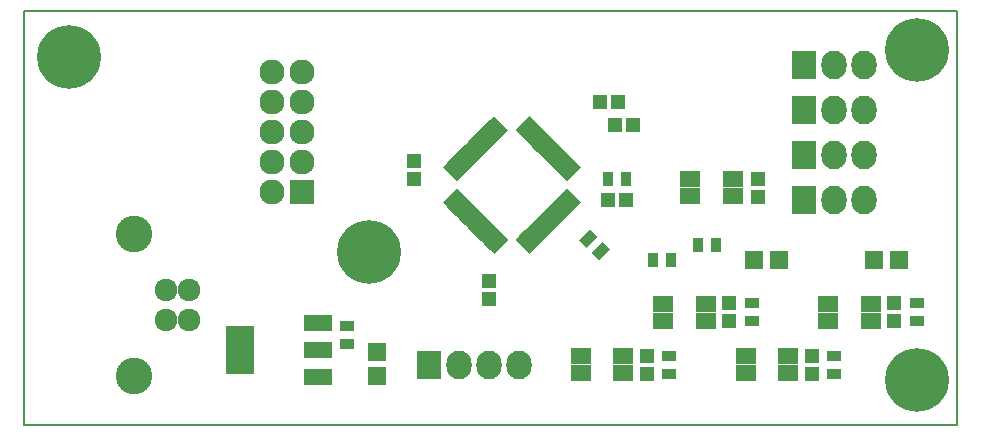
<source format=gbr>
G04 #@! TF.FileFunction,Soldermask,Top*
%FSLAX46Y46*%
G04 Gerber Fmt 4.6, Leading zero omitted, Abs format (unit mm)*
G04 Created by KiCad (PCBNEW 4.0.0-rc1-stable) date 01.11.2015 14:42:16*
%MOMM*%
G01*
G04 APERTURE LIST*
%ADD10C,0.100000*%
%ADD11C,0.150000*%
%ADD12R,1.598880X1.598880*%
%ADD13R,2.127200X2.432000*%
%ADD14O,2.127200X2.432000*%
%ADD15R,2.127200X2.127200*%
%ADD16O,2.127200X2.127200*%
%ADD17C,1.924000*%
%ADD18C,3.100020*%
%ADD19R,1.800000X1.450000*%
%ADD20R,2.432000X4.057600*%
%ADD21R,2.432000X1.416000*%
%ADD22R,1.150000X1.200000*%
%ADD23R,1.200000X1.150000*%
%ADD24R,0.900000X1.300000*%
%ADD25R,1.300000X0.900000*%
%ADD26C,5.400000*%
G04 APERTURE END LIST*
D10*
D11*
X137420000Y-107950000D02*
X58420000Y-107950000D01*
X137420000Y-72950000D02*
X137420000Y-107950000D01*
X58420000Y-72950000D02*
X137420000Y-72950000D01*
X58420000Y-107950000D02*
X58420000Y-72950000D01*
D10*
G36*
X105086689Y-85667779D02*
X105546308Y-86127398D01*
X104344227Y-87329479D01*
X103884608Y-86869860D01*
X105086689Y-85667779D01*
X105086689Y-85667779D01*
G37*
G36*
X104733136Y-85314226D02*
X105192755Y-85773845D01*
X103990674Y-86975926D01*
X103531055Y-86516307D01*
X104733136Y-85314226D01*
X104733136Y-85314226D01*
G37*
G36*
X104379582Y-84960672D02*
X104839201Y-85420291D01*
X103637120Y-86622372D01*
X103177501Y-86162753D01*
X104379582Y-84960672D01*
X104379582Y-84960672D01*
G37*
G36*
X104026029Y-84607119D02*
X104485648Y-85066738D01*
X103283567Y-86268819D01*
X102823948Y-85809200D01*
X104026029Y-84607119D01*
X104026029Y-84607119D01*
G37*
G36*
X103672476Y-84253566D02*
X104132095Y-84713185D01*
X102930014Y-85915266D01*
X102470395Y-85455647D01*
X103672476Y-84253566D01*
X103672476Y-84253566D01*
G37*
G36*
X103318922Y-83900012D02*
X103778541Y-84359631D01*
X102576460Y-85561712D01*
X102116841Y-85102093D01*
X103318922Y-83900012D01*
X103318922Y-83900012D01*
G37*
G36*
X102965369Y-83546459D02*
X103424988Y-84006078D01*
X102222907Y-85208159D01*
X101763288Y-84748540D01*
X102965369Y-83546459D01*
X102965369Y-83546459D01*
G37*
G36*
X102611815Y-83192905D02*
X103071434Y-83652524D01*
X101869353Y-84854605D01*
X101409734Y-84394986D01*
X102611815Y-83192905D01*
X102611815Y-83192905D01*
G37*
G36*
X102258262Y-82839352D02*
X102717881Y-83298971D01*
X101515800Y-84501052D01*
X101056181Y-84041433D01*
X102258262Y-82839352D01*
X102258262Y-82839352D01*
G37*
G36*
X101904709Y-82485799D02*
X102364328Y-82945418D01*
X101162247Y-84147499D01*
X100702628Y-83687880D01*
X101904709Y-82485799D01*
X101904709Y-82485799D01*
G37*
G36*
X101551155Y-82132245D02*
X102010774Y-82591864D01*
X100808693Y-83793945D01*
X100349074Y-83334326D01*
X101551155Y-82132245D01*
X101551155Y-82132245D01*
G37*
G36*
X101197602Y-81778692D02*
X101657221Y-82238311D01*
X100455140Y-83440392D01*
X99995521Y-82980773D01*
X101197602Y-81778692D01*
X101197602Y-81778692D01*
G37*
G36*
X97732779Y-82238311D02*
X98192398Y-81778692D01*
X99394479Y-82980773D01*
X98934860Y-83440392D01*
X97732779Y-82238311D01*
X97732779Y-82238311D01*
G37*
G36*
X97379226Y-82591864D02*
X97838845Y-82132245D01*
X99040926Y-83334326D01*
X98581307Y-83793945D01*
X97379226Y-82591864D01*
X97379226Y-82591864D01*
G37*
G36*
X97025672Y-82945418D02*
X97485291Y-82485799D01*
X98687372Y-83687880D01*
X98227753Y-84147499D01*
X97025672Y-82945418D01*
X97025672Y-82945418D01*
G37*
G36*
X96672119Y-83298971D02*
X97131738Y-82839352D01*
X98333819Y-84041433D01*
X97874200Y-84501052D01*
X96672119Y-83298971D01*
X96672119Y-83298971D01*
G37*
G36*
X96318566Y-83652524D02*
X96778185Y-83192905D01*
X97980266Y-84394986D01*
X97520647Y-84854605D01*
X96318566Y-83652524D01*
X96318566Y-83652524D01*
G37*
G36*
X95965012Y-84006078D02*
X96424631Y-83546459D01*
X97626712Y-84748540D01*
X97167093Y-85208159D01*
X95965012Y-84006078D01*
X95965012Y-84006078D01*
G37*
G36*
X95611459Y-84359631D02*
X96071078Y-83900012D01*
X97273159Y-85102093D01*
X96813540Y-85561712D01*
X95611459Y-84359631D01*
X95611459Y-84359631D01*
G37*
G36*
X95257905Y-84713185D02*
X95717524Y-84253566D01*
X96919605Y-85455647D01*
X96459986Y-85915266D01*
X95257905Y-84713185D01*
X95257905Y-84713185D01*
G37*
G36*
X94904352Y-85066738D02*
X95363971Y-84607119D01*
X96566052Y-85809200D01*
X96106433Y-86268819D01*
X94904352Y-85066738D01*
X94904352Y-85066738D01*
G37*
G36*
X94550799Y-85420291D02*
X95010418Y-84960672D01*
X96212499Y-86162753D01*
X95752880Y-86622372D01*
X94550799Y-85420291D01*
X94550799Y-85420291D01*
G37*
G36*
X94197245Y-85773845D02*
X94656864Y-85314226D01*
X95858945Y-86516307D01*
X95399326Y-86975926D01*
X94197245Y-85773845D01*
X94197245Y-85773845D01*
G37*
G36*
X93843692Y-86127398D02*
X94303311Y-85667779D01*
X95505392Y-86869860D01*
X95045773Y-87329479D01*
X93843692Y-86127398D01*
X93843692Y-86127398D01*
G37*
G36*
X95045773Y-87930521D02*
X95505392Y-88390140D01*
X94303311Y-89592221D01*
X93843692Y-89132602D01*
X95045773Y-87930521D01*
X95045773Y-87930521D01*
G37*
G36*
X95399326Y-88284074D02*
X95858945Y-88743693D01*
X94656864Y-89945774D01*
X94197245Y-89486155D01*
X95399326Y-88284074D01*
X95399326Y-88284074D01*
G37*
G36*
X95752880Y-88637628D02*
X96212499Y-89097247D01*
X95010418Y-90299328D01*
X94550799Y-89839709D01*
X95752880Y-88637628D01*
X95752880Y-88637628D01*
G37*
G36*
X96106433Y-88991181D02*
X96566052Y-89450800D01*
X95363971Y-90652881D01*
X94904352Y-90193262D01*
X96106433Y-88991181D01*
X96106433Y-88991181D01*
G37*
G36*
X96459986Y-89344734D02*
X96919605Y-89804353D01*
X95717524Y-91006434D01*
X95257905Y-90546815D01*
X96459986Y-89344734D01*
X96459986Y-89344734D01*
G37*
G36*
X96813540Y-89698288D02*
X97273159Y-90157907D01*
X96071078Y-91359988D01*
X95611459Y-90900369D01*
X96813540Y-89698288D01*
X96813540Y-89698288D01*
G37*
G36*
X97167093Y-90051841D02*
X97626712Y-90511460D01*
X96424631Y-91713541D01*
X95965012Y-91253922D01*
X97167093Y-90051841D01*
X97167093Y-90051841D01*
G37*
G36*
X97520647Y-90405395D02*
X97980266Y-90865014D01*
X96778185Y-92067095D01*
X96318566Y-91607476D01*
X97520647Y-90405395D01*
X97520647Y-90405395D01*
G37*
G36*
X97874200Y-90758948D02*
X98333819Y-91218567D01*
X97131738Y-92420648D01*
X96672119Y-91961029D01*
X97874200Y-90758948D01*
X97874200Y-90758948D01*
G37*
G36*
X98227753Y-91112501D02*
X98687372Y-91572120D01*
X97485291Y-92774201D01*
X97025672Y-92314582D01*
X98227753Y-91112501D01*
X98227753Y-91112501D01*
G37*
G36*
X98581307Y-91466055D02*
X99040926Y-91925674D01*
X97838845Y-93127755D01*
X97379226Y-92668136D01*
X98581307Y-91466055D01*
X98581307Y-91466055D01*
G37*
G36*
X98934860Y-91819608D02*
X99394479Y-92279227D01*
X98192398Y-93481308D01*
X97732779Y-93021689D01*
X98934860Y-91819608D01*
X98934860Y-91819608D01*
G37*
G36*
X99995521Y-92279227D02*
X100455140Y-91819608D01*
X101657221Y-93021689D01*
X101197602Y-93481308D01*
X99995521Y-92279227D01*
X99995521Y-92279227D01*
G37*
G36*
X100349074Y-91925674D02*
X100808693Y-91466055D01*
X102010774Y-92668136D01*
X101551155Y-93127755D01*
X100349074Y-91925674D01*
X100349074Y-91925674D01*
G37*
G36*
X100702628Y-91572120D02*
X101162247Y-91112501D01*
X102364328Y-92314582D01*
X101904709Y-92774201D01*
X100702628Y-91572120D01*
X100702628Y-91572120D01*
G37*
G36*
X101056181Y-91218567D02*
X101515800Y-90758948D01*
X102717881Y-91961029D01*
X102258262Y-92420648D01*
X101056181Y-91218567D01*
X101056181Y-91218567D01*
G37*
G36*
X101409734Y-90865014D02*
X101869353Y-90405395D01*
X103071434Y-91607476D01*
X102611815Y-92067095D01*
X101409734Y-90865014D01*
X101409734Y-90865014D01*
G37*
G36*
X101763288Y-90511460D02*
X102222907Y-90051841D01*
X103424988Y-91253922D01*
X102965369Y-91713541D01*
X101763288Y-90511460D01*
X101763288Y-90511460D01*
G37*
G36*
X102116841Y-90157907D02*
X102576460Y-89698288D01*
X103778541Y-90900369D01*
X103318922Y-91359988D01*
X102116841Y-90157907D01*
X102116841Y-90157907D01*
G37*
G36*
X102470395Y-89804353D02*
X102930014Y-89344734D01*
X104132095Y-90546815D01*
X103672476Y-91006434D01*
X102470395Y-89804353D01*
X102470395Y-89804353D01*
G37*
G36*
X102823948Y-89450800D02*
X103283567Y-88991181D01*
X104485648Y-90193262D01*
X104026029Y-90652881D01*
X102823948Y-89450800D01*
X102823948Y-89450800D01*
G37*
G36*
X103177501Y-89097247D02*
X103637120Y-88637628D01*
X104839201Y-89839709D01*
X104379582Y-90299328D01*
X103177501Y-89097247D01*
X103177501Y-89097247D01*
G37*
G36*
X103531055Y-88743693D02*
X103990674Y-88284074D01*
X105192755Y-89486155D01*
X104733136Y-89945774D01*
X103531055Y-88743693D01*
X103531055Y-88743693D01*
G37*
G36*
X103884608Y-88390140D02*
X104344227Y-87930521D01*
X105546308Y-89132602D01*
X105086689Y-89592221D01*
X103884608Y-88390140D01*
X103884608Y-88390140D01*
G37*
D12*
X130395980Y-93980000D03*
X132494020Y-93980000D03*
X120235980Y-93980000D03*
X122334020Y-93980000D03*
D13*
X92710000Y-102870000D03*
D14*
X95250000Y-102870000D03*
X97790000Y-102870000D03*
X100330000Y-102870000D03*
D13*
X124460000Y-88900000D03*
D14*
X127000000Y-88900000D03*
X129540000Y-88900000D03*
D13*
X124460000Y-85090000D03*
D14*
X127000000Y-85090000D03*
X129540000Y-85090000D03*
D13*
X124460000Y-81280000D03*
D14*
X127000000Y-81280000D03*
X129540000Y-81280000D03*
D13*
X124460000Y-77470000D03*
D14*
X127000000Y-77470000D03*
X129540000Y-77470000D03*
D15*
X81915000Y-88265000D03*
D16*
X79375000Y-88265000D03*
X81915000Y-85725000D03*
X79375000Y-85725000D03*
X81915000Y-83185000D03*
X79375000Y-83185000D03*
X81915000Y-80645000D03*
X79375000Y-80645000D03*
X81915000Y-78105000D03*
X79375000Y-78105000D03*
D17*
X72380000Y-96520000D03*
X72380000Y-99060000D03*
X70381020Y-99060000D03*
X70381020Y-96520000D03*
D18*
X67681000Y-91790520D03*
X67681000Y-103789480D03*
D19*
X118386000Y-87159000D03*
X114786000Y-87159000D03*
X118386000Y-88609000D03*
X114786000Y-88609000D03*
X130070000Y-97700000D03*
X126470000Y-97700000D03*
X130070000Y-99150000D03*
X126470000Y-99150000D03*
X123085000Y-102145000D03*
X119485000Y-102145000D03*
X123085000Y-103595000D03*
X119485000Y-103595000D03*
X116100000Y-97700000D03*
X112500000Y-97700000D03*
X116100000Y-99150000D03*
X112500000Y-99150000D03*
X109115000Y-102145000D03*
X105515000Y-102145000D03*
X109115000Y-103595000D03*
X105515000Y-103595000D03*
D20*
X76708000Y-101600000D03*
D21*
X83312000Y-101600000D03*
X83312000Y-99314000D03*
X83312000Y-103886000D03*
D12*
X88265000Y-101750980D03*
X88265000Y-103849020D03*
D22*
X97790000Y-95770000D03*
X97790000Y-97270000D03*
D23*
X107835000Y-88900000D03*
X109335000Y-88900000D03*
X108470000Y-82550000D03*
X109970000Y-82550000D03*
X107200000Y-80645000D03*
X108700000Y-80645000D03*
D22*
X120523000Y-87134000D03*
X120523000Y-88634000D03*
X91440000Y-85610000D03*
X91440000Y-87110000D03*
X132080000Y-97675000D03*
X132080000Y-99175000D03*
X125095000Y-102120000D03*
X125095000Y-103620000D03*
X118110000Y-97675000D03*
X118110000Y-99175000D03*
X111125000Y-102120000D03*
X111125000Y-103620000D03*
D24*
X109335000Y-87122000D03*
X107835000Y-87122000D03*
D10*
G36*
X107988147Y-93098909D02*
X107068909Y-94018147D01*
X106432513Y-93381751D01*
X107351751Y-92462513D01*
X107988147Y-93098909D01*
X107988147Y-93098909D01*
G37*
G36*
X106927487Y-92038249D02*
X106008249Y-92957487D01*
X105371853Y-92321091D01*
X106291091Y-91401853D01*
X106927487Y-92038249D01*
X106927487Y-92038249D01*
G37*
D25*
X133985000Y-97675000D03*
X133985000Y-99175000D03*
D24*
X113145000Y-93980000D03*
X111645000Y-93980000D03*
X116955000Y-92710000D03*
X115455000Y-92710000D03*
D25*
X127000000Y-102120000D03*
X127000000Y-103620000D03*
X120015000Y-97675000D03*
X120015000Y-99175000D03*
X113030000Y-102120000D03*
X113030000Y-103620000D03*
X85725000Y-99580000D03*
X85725000Y-101080000D03*
D26*
X62230000Y-76835000D03*
X133985000Y-76200000D03*
X133985000Y-104140000D03*
X87630000Y-93345000D03*
M02*

</source>
